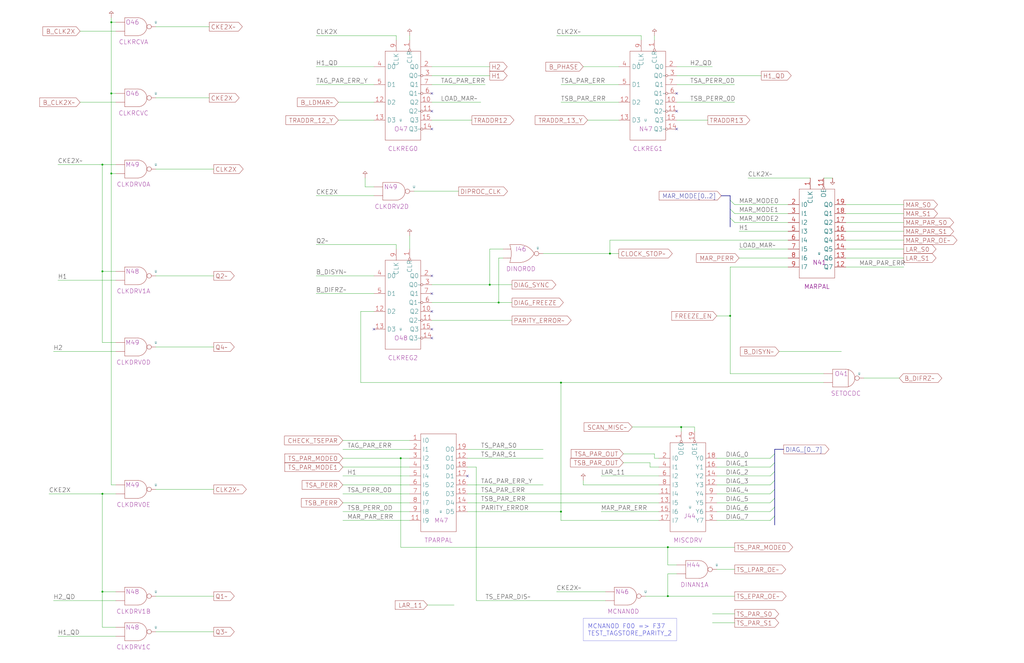
<source format=kicad_sch>
(kicad_sch (version 20220404) (generator eeschema)
  (paper "User" 584.2 378.46)
  (title_block (title "DIAGNOSTIC AND CONTROL\\nCLOCK GENERATION") (date "08-MAR-90") (rev "0.0") (comment 1 "MEM32 BOARD") (comment 2 "232-003066") (comment 3 "S400") (comment 4 "RELEASED"))
  (lib_symbols
    (symbol "r1000:F00" (pin_numbers hide) (pin_names hide)
      (property "Reference" "U" (at 15.24 0 0))
      (property "Value" "F00" (at 1.905 -5.08 0))
      (property "Location" "___" (at 1.905 0 0))
      (property "Name" "______" (at 2.54 -12.7 0))
      (symbol "F00_0_1"
        (polyline (pts (xy -2.54 -7.62) (xy 5.08 -7.62)) (stroke (width 0.1524)))
        (polyline (pts (xy -2.54 2.54) (xy -2.54 -7.62)) (stroke (width 0.1524)))
        (polyline (pts (xy -2.54 2.54) (xy 5.08 2.54)) (stroke (width 0.1524)))
        (arc (start 5.08 -7.62) (mid 10.1282 -2.54) (end 5.08 2.54) (stroke (width 0.1524)))
        (circle (center 11.43 -2.54) (radius 1.27) (stroke (width 0.1524)))
      )
      (symbol "F00_0_2"
        (circle (center -3.81 -5.08) (radius 1.27) (stroke (width 0.1524)))
        (circle (center -3.81 0) (radius 1.27) (stroke (width 0.1524)))
        (arc (start -3.175 -7.62) (mid -2.134 -2.54) (end -3.175 2.54) (stroke (width 0.1524)))
        (polyline (pts (xy -3.175 -7.62) (xy 3.81 -7.62)) (stroke (width 0.1524)))
        (polyline (pts (xy -3.175 2.54) (xy 3.81 2.54)) (stroke (width 0.1524)))
        (arc (start 3.81 -7.62) (mid 7.5855 -5.8306) (end 10.16 -2.54) (stroke (width 0.1524)))
        (arc (start 10.16 -2.54) (mid 7.5827 0.7471) (end 3.81 2.54) (stroke (width 0.1524)))
      )
      (symbol "F00_1_1"
        (pin input line (at -7.62 0 0) (length 5.08) (name "D0") (number "1"))
        (pin input line (at -7.62 -5.08 0) (length 5.08) (name "D1") (number "2"))
        (pin output line (at 15.24 -2.54 180) (length 2.54) (name "Q") (number "3"))
      )
      (symbol "F00_1_2"
        (pin input line (at -7.62 0 0) (length 2.54) (name "D0") (number "1"))
        (pin input line (at -7.62 -5.08 0) (length 2.54) (name "D1") (number "2"))
        (pin output line (at 15.24 -2.54 180) (length 5.08) (name "Q") (number "3"))
      )
    )
    (symbol "r1000:F02" (pin_numbers hide) (pin_names hide)
      (property "Reference" "U" (at 12.16 0.635 0))
      (property "Value" "F02" (at -1.27 -4.445 0))
      (property "Location" "___" (at 2.54 0 0))
      (property "Name" "______" (at 2.54 -12.7 0))
      (symbol "F02_0_1"
        (arc (start -3.81 -7.62) (mid -2.9847 -2.54) (end -3.81 2.54) (stroke (width 0.1524)))
        (polyline (pts (xy -5.08 -5.08) (xy -3.175 -5.08)) (stroke (width 0.1524)))
        (polyline (pts (xy -5.08 0) (xy -3.175 0)) (stroke (width 0.1524)))
        (polyline (pts (xy -3.81 -7.62) (xy 2.54 -7.62)) (stroke (width 0.1524)))
        (polyline (pts (xy -3.81 2.54) (xy 2.54 2.54)) (stroke (width 0.1524)))
        (polyline (pts (xy 13.97 -2.54) (xy 12.7 -2.54)) (stroke (width 0.1524)))
        (arc (start 2.54 -7.62) (mid 6.9515 -5.9823) (end 10.16 -2.54) (stroke (width 0.1524)))
        (arc (start 10.16 -2.54) (mid 6.9478 0.8966) (end 2.54 2.54) (stroke (width 0.1524)))
        (circle (center 11.43 -2.54) (radius 1.27) (stroke (width 0.1524)))
      )
      (symbol "F02_0_2"
        (circle (center -3.81 -5.08) (radius 1.27) (stroke (width 0.1524)))
        (circle (center -3.81 0) (radius 1.27) (stroke (width 0.1524)))
        (polyline (pts (xy -2.54 -7.62) (xy 5.08 -7.62)) (stroke (width 0.1524)))
        (polyline (pts (xy -2.54 2.54) (xy -2.54 -7.62)) (stroke (width 0.1524)))
        (polyline (pts (xy -2.54 2.54) (xy 5.08 2.54)) (stroke (width 0.1524)))
        (polyline (pts (xy 11.43 -2.54) (xy 10.16 -2.54)) (stroke (width 0.1524)))
        (polyline (pts (xy 11.43 -2.54) (xy 12.7 -2.54)) (stroke (width 0.1524)))
        (arc (start 5.08 -7.62) (mid 10.1282 -2.54) (end 5.08 2.54) (stroke (width 0.1524)))
      )
      (symbol "F02_1_1"
        (pin input line (at -7.62 0 0) (length 2.54) (name "D0") (number "1"))
        (pin input line (at -7.62 -5.08 0) (length 2.54) (name "D1") (number "2"))
        (pin output line (at 15.24 -2.54 180) (length 1.27) (name "Q") (number "3"))
      )
      (symbol "F02_1_2"
        (pin input line (at -7.62 0 0) (length 2.54) (name "D0") (number "1"))
        (pin input line (at -7.62 -5.08 0) (length 2.54) (name "D1") (number "2"))
        (pin output line (at 15.24 -2.54 180) (length 2.54) (name "Q") (number "3"))
      )
    )
    (symbol "r1000:F175" (pin_names (offset 1.016))
      (property "Reference" "U" (at 2.54 5.08 0))
      (property "Value" "F175" (at -1.27 -5.08 0))
      (property "Location" "___" (at -1.27 0 0))
      (property "Name" "______" (at 3.81 -12.7 0))
      (symbol "F175_1_1"
        (rectangle (start -6.35 44.45) (end 13.97 -6.35))
        (circle (center 7.62 45.085) (radius 0.635))
        (circle (center 14.605 0) (radius 0.635))
        (circle (center 14.605 10.16) (radius 0.635))
        (circle (center 14.605 20.32) (radius 0.635))
        (circle (center 14.605 30.48) (radius 0.635))
        (pin input line (at 7.62 50.8 270) (length 5.08) (name "CLR") (number "1"))
        (pin output line (at 20.32 15.24 180) (length 6.35) (name "Q2") (number "10"))
        (pin output line (at 20.32 10.16 180) (length 5.08) (name "Q2~") (number "11"))
        (pin input line (at -12.7 15.24 0) (length 6.35) (name "D2") (number "12"))
        (pin input line (at -12.7 5.08 0) (length 6.35) (name "D3") (number "13"))
        (pin output line (at 20.32 0 180) (length 5.08) (name "Q3~") (number "14"))
        (pin output line (at 20.32 5.08 180) (length 6.35) (name "Q3") (number "15"))
        (pin output line (at 20.32 35.56 180) (length 6.35) (name "Q0") (number "2"))
        (pin output line (at 20.32 30.48 180) (length 5.08) (name "Q0~") (number "3"))
        (pin input line (at -12.7 35.56 0) (length 6.35) (name "D0") (number "4"))
        (pin input line (at -12.7 25.4 0) (length 6.35) (name "D1") (number "5"))
        (pin output line (at 20.32 20.32 180) (length 5.08) (name "Q1~") (number "6"))
        (pin output line (at 20.32 25.4 180) (length 6.35) (name "Q1") (number "7"))
        (pin input line (at 0 50.8 270) (length 6.35) (name "CLK") (number "9"))
      )
    )
    (symbol "r1000:F244" (pin_names (offset 1.016))
      (property "Reference" "U" (at 2.54 5.08 0))
      (property "Value" "F244" (at -3.81 -7.62 0))
      (property "Location" "___" (at -1.27 0 0))
      (property "Name" "______" (at 1.27 -15.24 0))
      (symbol "F244_1_1"
        (rectangle (start -8.89 41.91) (end 11.43 -8.89))
        (circle (center -2.54 42.545) (radius 0.635))
        (circle (center 5.08 42.545) (radius 0.635))
        (pin input line (at -2.54 48.26 270) (length 5.08) (name "OE0") (number "1"))
        (pin input line (at -15.24 12.7 0) (length 6.35) (name "I4") (number "11"))
        (pin tri_state line (at 17.78 17.78 180) (length 6.35) (name "Y3") (number "12"))
        (pin input line (at -15.24 7.62 0) (length 6.35) (name "I5") (number "13"))
        (pin tri_state line (at 17.78 22.86 180) (length 6.35) (name "Y2") (number "14"))
        (pin input line (at -15.24 2.54 0) (length 6.35) (name "I6") (number "15"))
        (pin tri_state line (at 17.78 27.94 180) (length 6.35) (name "Y1") (number "16"))
        (pin input line (at -15.24 -2.54 0) (length 6.35) (name "I7") (number "17"))
        (pin tri_state line (at 17.78 33.02 180) (length 6.35) (name "Y0") (number "18"))
        (pin input line (at 5.08 48.26 270) (length 5.08) (name "OE1") (number "19"))
        (pin input line (at -15.24 33.02 0) (length 6.35) (name "I0") (number "2"))
        (pin tri_state line (at 17.78 -2.54 180) (length 6.35) (name "Y7") (number "3"))
        (pin input line (at -15.24 27.94 0) (length 6.35) (name "I1") (number "4"))
        (pin tri_state line (at 17.78 2.54 180) (length 6.35) (name "Y6") (number "5"))
        (pin input line (at -15.24 22.86 0) (length 6.35) (name "I2") (number "6"))
        (pin tri_state line (at 17.78 7.62 180) (length 6.35) (name "Y5") (number "7"))
        (pin input line (at -15.24 17.78 0) (length 6.35) (name "I3") (number "8"))
        (pin tri_state line (at 17.78 12.7 180) (length 6.35) (name "Y4") (number "9"))
      )
    )
    (symbol "r1000:F37" (pin_numbers hide) (pin_names (offset 0) hide)
      (property "Reference" "U" (at 15.24 0 0))
      (property "Value" "F37" (at 1.905 -5.08 0))
      (property "Location" "___" (at 1.905 0 0))
      (property "Name" "______" (at 2.54 -12.7 0))
      (symbol "F37_0_1"
        (polyline (pts (xy -2.54 -7.62) (xy 5.08 -7.62)) (stroke (width 0.1524)))
        (polyline (pts (xy -2.54 2.54) (xy -2.54 -7.62)) (stroke (width 0.1524)))
        (polyline (pts (xy -2.54 2.54) (xy 5.08 2.54)) (stroke (width 0.1524)))
        (arc (start 5.08 -7.62) (mid 10.1282 -2.54) (end 5.08 2.54) (stroke (width 0.1524)))
        (circle (center 11.43 -2.54) (radius 1.27) (stroke (width 0.1524)))
      )
      (symbol "F37_0_2"
        (circle (center -3.81 -5.08) (radius 1.27) (stroke (width 0.1524)))
        (circle (center -3.81 0) (radius 1.27) (stroke (width 0.1524)))
        (arc (start -3.175 -7.62) (mid -2.134 -2.54) (end -3.175 2.54) (stroke (width 0.1524)))
        (polyline (pts (xy -3.175 -7.62) (xy 3.81 -7.62)) (stroke (width 0.1524)))
        (polyline (pts (xy -3.175 2.54) (xy 3.81 2.54)) (stroke (width 0.1524)))
        (arc (start 3.81 -7.62) (mid 7.5855 -5.8306) (end 10.16 -2.54) (stroke (width 0.1524)))
        (arc (start 10.16 -2.54) (mid 7.5827 0.7471) (end 3.81 2.54) (stroke (width 0.1524)))
      )
      (symbol "F37_1_1"
        (pin input line (at -7.62 0 0) (length 5.08) (name "D0") (number "1"))
        (pin input line (at -7.62 -5.08 0) (length 5.08) (name "D1") (number "2"))
        (pin output line (at 15.24 -2.54 180) (length 2.54) (name "Q") (number "3"))
      )
      (symbol "F37_1_2"
        (pin input line (at -7.62 0 0) (length 2.54) (name "D0") (number "1"))
        (pin input line (at -7.62 -5.08 0) (length 2.54) (name "D1") (number "2"))
        (pin output line (at 15.24 -2.54 180) (length 5.08) (name "Q") (number "3"))
      )
    )
    (symbol "r1000:F38" (pin_numbers hide) (pin_names hide)
      (property "Reference" "U" (at 12.7 2.54 0))
      (property "Value" "F38" (at 2.54 -2.54 0))
      (property "Location" "___" (at 2.54 2.54 0))
      (property "Name" "______" (at 5.08 -10.16 0))
      (symbol "F38_0_1"
        (polyline (pts (xy -2.54 -5.08) (xy 5.08 -5.08)) (stroke (width 0.1524)))
        (polyline (pts (xy -2.54 5.08) (xy -2.54 -5.08)) (stroke (width 0.1524)))
        (polyline (pts (xy -2.54 5.08) (xy 5.08 5.08)) (stroke (width 0.1524)))
        (polyline (pts (xy 6.45 4.9) (xy 6.45 -4.9)) (stroke (width 0.1524)))
        (arc (start 5.08 -5.08) (mid 8.6786 -3.5986) (end 10.16 0) (stroke (width 0.1524)))
        (arc (start 10.16 0) (mid 8.6721 3.5921) (end 5.08 5.08) (stroke (width 0.1524)))
        (circle (center 11.43 0) (radius 1.27) (stroke (width 0.1524)))
      )
      (symbol "F38_0_2"
        (arc (start -3.81 -5.08) (mid -1.8386 0) (end -3.81 5.08) (stroke (width 0.1524)))
        (circle (center -3.81 -2.54) (radius 1.27) (stroke (width 0.1524)))
        (circle (center -3.81 2.54) (radius 1.27) (stroke (width 0.1524)))
        (polyline (pts (xy -3.81 -5.08) (xy 2.54 -5.08)) (stroke (width 0.1524)))
        (polyline (pts (xy -3.81 5.08) (xy 2.54 5.08)) (stroke (width 0.1524)))
        (polyline (pts (xy 7.62 3.175) (xy 7.62 -3.175)) (stroke (width 0.1524)))
        (arc (start 2.54 -5.08) (mid 7.0537 -3.5955) (end 10.16 0) (stroke (width 0.1524)))
        (arc (start 10.16 0) (mid 7.0527 3.594) (end 2.54 5.08) (stroke (width 0.1524)))
      )
      (symbol "F38_1_1"
        (pin input line (at -7.62 2.54 0) (length 5.08) (name "D0") (number "1"))
        (pin input line (at -7.62 -2.54 0) (length 5.08) (name "D1") (number "2"))
        (pin open_collector line (at 15.24 0 180) (length 2.54) (name "Q") (number "3"))
      )
      (symbol "F38_1_2"
        (pin input line (at -7.62 2.54 0) (length 2.54) (name "D0") (number "1"))
        (pin input line (at -7.62 -2.54 0) (length 2.54) (name "D1") (number "2"))
        (pin open_collector line (at 15.24 0 180) (length 5.08) (name "Q") (number "3"))
      )
    )
    (symbol "r1000:MARPAL" (pin_names (offset 1.016))
      (property "Reference" "U" (at 2.54 5.08 0))
      (property "Value" "MARPAL" (at -6.35 -7.62 0))
      (property "Location" "___" (at -1.27 0 0))
      (property "Name" "______" (at 1.27 -15.24 0))
      (symbol "MARPAL_1_1"
        (rectangle (start -8.89 41.91) (end 11.43 -8.89))
        (circle (center 5.08 42.545) (radius 0.635))
        (pin input line (at -2.54 48.26 270) (length 6.35) (name "CLK") (number "1"))
        (pin input line (at 5.08 48.26 270) (length 5.08) (name "OE") (number "11"))
        (pin output line (at 17.78 -2.54 180) (length 6.35) (name "Q7") (number "12"))
        (pin output line (at 17.78 2.54 180) (length 6.35) (name "Q6") (number "13"))
        (pin output line (at 17.78 7.62 180) (length 6.35) (name "Q5") (number "14"))
        (pin output line (at 17.78 12.7 180) (length 6.35) (name "Q4") (number "15"))
        (pin output line (at 17.78 17.78 180) (length 6.35) (name "Q3") (number "16"))
        (pin output line (at 17.78 22.86 180) (length 6.35) (name "Q2") (number "17"))
        (pin output line (at 17.78 27.94 180) (length 6.35) (name "Q1") (number "18"))
        (pin output line (at 17.78 33.02 180) (length 6.35) (name "Q0") (number "19"))
        (pin input line (at -15.24 33.02 0) (length 6.35) (name "I0") (number "2"))
        (pin input line (at -15.24 27.94 0) (length 6.35) (name "I1") (number "3"))
        (pin input line (at -15.24 22.86 0) (length 6.35) (name "I2") (number "4"))
        (pin input line (at -15.24 17.78 0) (length 6.35) (name "I3") (number "5"))
        (pin input line (at -15.24 12.7 0) (length 6.35) (name "I4") (number "6"))
        (pin input line (at -15.24 7.62 0) (length 6.35) (name "I5") (number "7"))
        (pin input line (at -15.24 2.54 0) (length 6.35) (name "I6") (number "8"))
        (pin input line (at -15.24 -2.54 0) (length 6.35) (name "I7") (number "9"))
      )
    )
    (symbol "r1000:PD" (power) (pin_numbers hide) (pin_names hide) (in_bom no)
      (symbol "PD_0_1"
        (polyline (pts (xy 0 -2.54) (xy 1.27 -2.54) (xy 0 -3.81) (xy -1.27 -2.54) (xy 0 -2.54)) (stroke (width 0.1524)))
      )
      (symbol "PD_1_1"
        (pin power_in line (at 0 0 270) (length 2.54) (name "PD") (number "1"))
      )
    )
    (symbol "r1000:PU" (power) (pin_numbers hide) (pin_names hide)
      (symbol "PU_0_1"
        (polyline (pts (xy 0 2.54) (xy -1.27 2.54) (xy 0 3.81) (xy 1.27 2.54) (xy 0 2.54)) (stroke (width 0.1524)))
      )
      (symbol "PU_1_1"
        (pin power_in line (at 0 0 90) (length 2.54) (name "PU") (number "1"))
      )
    )
    (symbol "r1000:TPARPAL" (pin_names (offset 1.016))
      (property "Reference" "U" (at 2.54 5.08 0))
      (property "Value" "TPARPAL" (at -6.35 -5.08 0))
      (property "Location" "___" (at -1.27 0 0))
      (property "Name" "______" (at 1.27 -12.7 0))
      (symbol "TPARPAL_1_1"
        (rectangle (start -8.89 49.53) (end 11.43 -6.35))
        (pin input line (at -15.24 45.72 0) (length 6.35) (name "I0") (number "1"))
        (pin input line (at -15.24 0 0) (length 6.35) (name "I9") (number "11"))
        (pin output line (at 17.78 35.56 180) (length 6.35) (name "O1") (number "12"))
        (pin output line (at 17.78 5.08 180) (length 6.35) (name "D5") (number "13"))
        (pin output line (at 17.78 10.16 180) (length 6.35) (name "D4") (number "14"))
        (pin output line (at 17.78 15.24 180) (length 6.35) (name "D3") (number "15"))
        (pin output line (at 17.78 20.32 180) (length 6.35) (name "D2") (number "16"))
        (pin output line (at 17.78 25.4 180) (length 6.35) (name "D1") (number "17"))
        (pin output line (at 17.78 30.48 180) (length 6.35) (name "D0") (number "18"))
        (pin output line (at 17.78 40.64 180) (length 6.35) (name "O0") (number "19"))
        (pin input line (at -15.24 40.64 0) (length 6.35) (name "I1") (number "2"))
        (pin input line (at -15.24 35.56 0) (length 6.35) (name "I2") (number "3"))
        (pin input line (at -15.24 30.48 0) (length 6.35) (name "I3") (number "4"))
        (pin input line (at -15.24 25.4 0) (length 6.35) (name "I4") (number "5"))
        (pin input line (at -15.24 20.32 0) (length 6.35) (name "I5") (number "6"))
        (pin input line (at -15.24 15.24 0) (length 6.35) (name "I6") (number "7"))
        (pin input line (at -15.24 10.16 0) (length 6.35) (name "I7") (number "8"))
        (pin input line (at -15.24 5.08 0) (length 6.35) (name "I8") (number "9"))
      )
    )
  )
  (junction (at 58.42 281.94))
  (junction (at 58.42 154.94))
  (junction (at 416.56 180.34))
  (junction (at 63.5 99.06))
  (junction (at 63.5 12.7))
  (junction (at 381 312.42))
  (junction (at 58.42 93.98))
  (junction (at 63.5 53.34))
  (junction (at 58.42 337.82))
  (junction (at 320.04 292.1))
  (junction (at 279.4 162.56))
  (junction (at 320.04 218.44))
  (junction (at 228.6 261.62))
  (junction (at 284.48 172.72))
  (junction (at 381 340.36))
  (junction (at 388.62 243.84))
  (junction (at 347.98 144.78))
  (no_connect (at 246.38 73.66))
  (no_connect (at 266.7 271.78))
  (no_connect (at 246.38 177.8))
  (no_connect (at 213.36 187.96))
  (no_connect (at 246.38 187.96))
  (no_connect (at 246.38 157.48))
  (no_connect (at 246.38 53.34))
  (no_connect (at 246.38 63.5))
  (no_connect (at 386.08 63.5))
  (no_connect (at 246.38 167.64))
  (no_connect (at 386.08 53.34))
  (no_connect (at 246.38 193.04))
  (no_connect (at 386.08 73.66))
  (bus_entry (at 441.96 264.16) (size -2.54 2.54))
  (bus_entry (at 416.56 119.38) (size 2.54 2.54))
  (bus_entry (at 416.56 114.3) (size 2.54 2.54))
  (bus_entry (at 441.96 289.56) (size -2.54 2.54))
  (bus_entry (at 441.96 294.64) (size -2.54 2.54))
  (bus_entry (at 441.96 259.08) (size -2.54 2.54))
  (bus_entry (at 441.96 269.24) (size -2.54 2.54))
  (bus_entry (at 441.96 279.4) (size -2.54 2.54))
  (bus_entry (at 416.56 124.46) (size 2.54 2.54))
  (bus_entry (at 441.96 274.32) (size -2.54 2.54))
  (bus_entry (at 441.96 284.48) (size -2.54 2.54))
  (wire (pts (xy 375.92 297.18) (xy 320.04 297.18)))
  (wire (pts (xy 88.9 279.4) (xy 121.92 279.4)))
  (wire (pts (xy 180.34 20.32) (xy 226.06 20.32)))
  (wire (pts (xy 444.5 200.66) (xy 480.06 200.66)))
  (wire (pts (xy 388.62 246.38) (xy 388.62 243.84)))
  (wire (pts (xy 236.22 109.22) (xy 261.62 109.22)))
  (wire (pts (xy 205.74 218.44) (xy 320.04 218.44)))
  (wire (pts (xy 180.34 157.48) (xy 213.36 157.48)))
  (wire (pts (xy 246.38 43.18) (xy 279.4 43.18)))
  (polyline (pts (xy 386.08 365.76) (xy 332.74 365.76)) (stroke (width 0.0243)))
  (wire (pts (xy 266.7 287.02) (xy 375.92 287.02)))
  (wire (pts (xy 396.24 246.38) (xy 396.24 243.84)))
  (wire (pts (xy 373.38 261.62) (xy 373.38 259.08)))
  (wire (pts (xy 271.78 342.9) (xy 271.78 266.7)))
  (wire (pts (xy 195.58 297.18) (xy 233.68 297.18)))
  (wire (pts (xy 386.08 43.18) (xy 434.34 43.18)))
  (wire (pts (xy 58.42 154.94) (xy 58.42 195.58)))
  (wire (pts (xy 180.34 139.7) (xy 226.06 139.7)))
  (wire (pts (xy 180.34 38.1) (xy 213.36 38.1)))
  (wire (pts (xy 386.08 322.58) (xy 381 322.58)))
  (wire (pts (xy 482.6 127) (xy 515.62 127)))
  (wire (pts (xy 88.9 198.12) (xy 121.92 198.12)))
  (wire (pts (xy 421.64 147.32) (xy 449.58 147.32)))
  (wire (pts (xy 408.94 261.62) (xy 439.42 261.62)))
  (wire (pts (xy 381 340.36) (xy 419.1 340.36)))
  (wire (pts (xy 421.64 132.08) (xy 449.58 132.08)))
  (wire (pts (xy 266.7 292.1) (xy 320.04 292.1)))
  (wire (pts (xy 58.42 93.98) (xy 58.42 154.94)))
  (wire (pts (xy 271.78 266.7) (xy 266.7 266.7)))
  (bus (pts (xy 441.96 256.54) (xy 441.96 259.08)))
  (bus (pts (xy 441.96 256.54) (xy 447.04 256.54)))
  (wire (pts (xy 66.04 12.7) (xy 63.5 12.7)))
  (wire (pts (xy 419.1 127) (xy 449.58 127)))
  (wire (pts (xy 88.9 157.48) (xy 121.92 157.48)))
  (wire (pts (xy 416.56 213.36) (xy 416.56 180.34)))
  (bus (pts (xy 441.96 284.48) (xy 441.96 289.56)))
  (wire (pts (xy 246.38 182.88) (xy 292.1 182.88)))
  (wire (pts (xy 449.58 152.4) (xy 416.56 152.4)))
  (wire (pts (xy 205.74 177.8) (xy 205.74 218.44)))
  (wire (pts (xy 226.06 142.24) (xy 226.06 139.7)))
  (wire (pts (xy 375.92 261.62) (xy 373.38 261.62)))
  (wire (pts (xy 208.28 106.68) (xy 208.28 101.6)))
  (wire (pts (xy 332.74 276.86) (xy 332.74 274.32)))
  (wire (pts (xy 386.08 327.66) (xy 381 327.66)))
  (polyline (pts (xy 332.74 353.06) (xy 386.08 353.06)) (stroke (width 0.0243)))
  (wire (pts (xy 226.06 22.86) (xy 226.06 20.32)))
  (bus (pts (xy 441.96 269.24) (xy 441.96 274.32)))
  (wire (pts (xy 386.08 68.58) (xy 403.86 68.58)))
  (wire (pts (xy 279.4 142.24) (xy 279.4 162.56)))
  (bus (pts (xy 416.56 124.46) (xy 416.56 129.54)))
  (wire (pts (xy 408.94 325.12) (xy 419.1 325.12)))
  (wire (pts (xy 213.36 177.8) (xy 205.74 177.8)))
  (wire (pts (xy 58.42 93.98) (xy 66.04 93.98)))
  (wire (pts (xy 193.04 68.58) (xy 213.36 68.58)))
  (wire (pts (xy 195.58 256.54) (xy 233.68 256.54)))
  (wire (pts (xy 233.68 20.32) (xy 233.68 22.86)))
  (wire (pts (xy 317.5 337.82) (xy 345.44 337.82)))
  (bus (pts (xy 416.56 114.3) (xy 416.56 119.38)))
  (wire (pts (xy 88.9 15.24) (xy 119.38 15.24)))
  (bus (pts (xy 441.96 294.64) (xy 441.96 299.72)))
  (wire (pts (xy 416.56 180.34) (xy 408.94 180.34)))
  (wire (pts (xy 317.5 20.32) (xy 365.76 20.32)))
  (wire (pts (xy 469.9 101.6) (xy 474.98 101.6)))
  (wire (pts (xy 27.94 281.94) (xy 58.42 281.94)))
  (wire (pts (xy 228.6 261.62) (xy 233.68 261.62)))
  (wire (pts (xy 195.58 271.78) (xy 233.68 271.78)))
  (wire (pts (xy 66.04 358.14) (xy 58.42 358.14)))
  (wire (pts (xy 246.38 172.72) (xy 284.48 172.72)))
  (wire (pts (xy 482.6 147.32) (xy 515.62 147.32)))
  (wire (pts (xy 469.9 213.36) (xy 416.56 213.36)))
  (wire (pts (xy 492.76 215.9) (xy 513.08 215.9)))
  (wire (pts (xy 33.02 363.22) (xy 66.04 363.22)))
  (wire (pts (xy 88.9 340.36) (xy 121.92 340.36)))
  (wire (pts (xy 332.74 38.1) (xy 353.06 38.1)))
  (wire (pts (xy 381 340.36) (xy 368.3 340.36)))
  (wire (pts (xy 58.42 281.94) (xy 66.04 281.94)))
  (wire (pts (xy 482.6 116.84) (xy 515.62 116.84)))
  (wire (pts (xy 33.02 93.98) (xy 58.42 93.98)))
  (wire (pts (xy 66.04 337.82) (xy 58.42 337.82)))
  (wire (pts (xy 408.94 287.02) (xy 439.42 287.02)))
  (wire (pts (xy 386.08 38.1) (xy 406.4 38.1)))
  (wire (pts (xy 408.94 297.18) (xy 439.42 297.18)))
  (wire (pts (xy 335.28 68.58) (xy 353.06 68.58)))
  (wire (pts (xy 342.9 271.78) (xy 375.92 271.78)))
  (polyline (pts (xy 386.08 353.06) (xy 386.08 365.76)) (stroke (width 0.0243)))
  (bus (pts (xy 441.96 264.16) (xy 441.96 269.24)))
  (wire (pts (xy 213.36 106.68) (xy 208.28 106.68)))
  (bus (pts (xy 416.56 111.76) (xy 416.56 114.3)))
  (wire (pts (xy 370.84 266.7) (xy 370.84 264.16)))
  (wire (pts (xy 342.9 292.1) (xy 375.92 292.1)))
  (wire (pts (xy 287.02 147.32) (xy 284.48 147.32)))
  (wire (pts (xy 345.44 342.9) (xy 271.78 342.9)))
  (wire (pts (xy 266.7 256.54) (xy 309.88 256.54)))
  (wire (pts (xy 320.04 58.42) (xy 353.06 58.42)))
  (wire (pts (xy 320.04 218.44) (xy 469.9 218.44)))
  (wire (pts (xy 419.1 121.92) (xy 449.58 121.92)))
  (wire (pts (xy 360.68 243.84) (xy 388.62 243.84)))
  (wire (pts (xy 284.48 172.72) (xy 292.1 172.72)))
  (wire (pts (xy 375.92 276.86) (xy 332.74 276.86)))
  (wire (pts (xy 33.02 160.02) (xy 66.04 160.02)))
  (wire (pts (xy 408.94 276.86) (xy 439.42 276.86)))
  (wire (pts (xy 88.9 360.68) (xy 121.92 360.68)))
  (wire (pts (xy 386.08 48.26) (xy 419.1 48.26)))
  (wire (pts (xy 320.04 48.26) (xy 353.06 48.26)))
  (wire (pts (xy 66.04 154.94) (xy 58.42 154.94)))
  (wire (pts (xy 386.08 58.42) (xy 419.1 58.42)))
  (wire (pts (xy 408.94 266.7) (xy 439.42 266.7)))
  (wire (pts (xy 406.4 355.6) (xy 419.1 355.6)))
  (wire (pts (xy 381 322.58) (xy 381 312.42)))
  (wire (pts (xy 449.58 137.16) (xy 347.98 137.16)))
  (wire (pts (xy 365.76 22.86) (xy 365.76 20.32)))
  (wire (pts (xy 388.62 243.84) (xy 396.24 243.84)))
  (wire (pts (xy 426.72 101.6) (xy 462.28 101.6)))
  (wire (pts (xy 284.48 147.32) (xy 284.48 172.72)))
  (wire (pts (xy 30.48 342.9) (xy 66.04 342.9)))
  (wire (pts (xy 58.42 281.94) (xy 58.42 337.82)))
  (wire (pts (xy 180.34 48.26) (xy 213.36 48.26)))
  (wire (pts (xy 195.58 292.1) (xy 233.68 292.1)))
  (wire (pts (xy 246.38 38.1) (xy 279.4 38.1)))
  (wire (pts (xy 482.6 137.16) (xy 515.62 137.16)))
  (wire (pts (xy 482.6 132.08) (xy 515.62 132.08)))
  (wire (pts (xy 419.1 116.84) (xy 449.58 116.84)))
  (wire (pts (xy 180.34 111.76) (xy 213.36 111.76)))
  (polyline (pts (xy 332.74 353.06) (xy 332.74 365.76)) (stroke (width 0.0243)))
  (wire (pts (xy 246.38 58.42) (xy 274.32 58.42)))
  (wire (pts (xy 88.9 96.52) (xy 121.92 96.52)))
  (wire (pts (xy 66.04 53.34) (xy 63.5 53.34)))
  (wire (pts (xy 246.38 68.58) (xy 269.24 68.58)))
  (wire (pts (xy 66.04 276.86) (xy 63.5 276.86)))
  (wire (pts (xy 246.38 48.26) (xy 276.86 48.26)))
  (wire (pts (xy 180.34 167.64) (xy 213.36 167.64)))
  (wire (pts (xy 287.02 142.24) (xy 279.4 142.24)))
  (wire (pts (xy 66.04 99.06) (xy 63.5 99.06)))
  (wire (pts (xy 381 312.42) (xy 419.1 312.42)))
  (wire (pts (xy 320.04 297.18) (xy 320.04 292.1)))
  (wire (pts (xy 45.72 58.42) (xy 66.04 58.42)))
  (wire (pts (xy 58.42 358.14) (xy 58.42 337.82)))
  (bus (pts (xy 441.96 274.32) (xy 441.96 279.4)))
  (wire (pts (xy 246.38 162.56) (xy 279.4 162.56)))
  (wire (pts (xy 347.98 137.16) (xy 347.98 144.78)))
  (wire (pts (xy 228.6 312.42) (xy 228.6 261.62)))
  (wire (pts (xy 408.94 271.78) (xy 439.42 271.78)))
  (wire (pts (xy 406.4 350.52) (xy 419.1 350.52)))
  (wire (pts (xy 347.98 144.78) (xy 353.06 144.78)))
  (wire (pts (xy 266.7 261.62) (xy 309.88 261.62)))
  (wire (pts (xy 63.5 12.7) (xy 63.5 53.34)))
  (wire (pts (xy 243.84 345.44) (xy 259.08 345.44)))
  (bus (pts (xy 441.96 259.08) (xy 441.96 264.16)))
  (wire (pts (xy 63.5 99.06) (xy 63.5 276.86)))
  (wire (pts (xy 375.92 266.7) (xy 370.84 266.7)))
  (wire (pts (xy 195.58 287.02) (xy 233.68 287.02)))
  (wire (pts (xy 355.6 264.16) (xy 370.84 264.16)))
  (wire (pts (xy 193.04 58.42) (xy 213.36 58.42)))
  (wire (pts (xy 266.7 276.86) (xy 309.88 276.86)))
  (wire (pts (xy 421.64 142.24) (xy 449.58 142.24)))
  (wire (pts (xy 373.38 20.32) (xy 373.38 22.86)))
  (wire (pts (xy 45.72 17.78) (xy 66.04 17.78)))
  (wire (pts (xy 279.4 162.56) (xy 292.1 162.56)))
  (wire (pts (xy 63.5 12.7) (xy 63.5 10.16)))
  (wire (pts (xy 482.6 121.92) (xy 515.62 121.92)))
  (wire (pts (xy 408.94 292.1) (xy 439.42 292.1)))
  (wire (pts (xy 233.68 134.62) (xy 233.68 142.24)))
  (wire (pts (xy 381 327.66) (xy 381 340.36)))
  (wire (pts (xy 320.04 292.1) (xy 320.04 218.44)))
  (wire (pts (xy 381 312.42) (xy 228.6 312.42)))
  (bus (pts (xy 416.56 119.38) (xy 416.56 124.46)))
  (wire (pts (xy 482.6 142.24) (xy 515.62 142.24)))
  (wire (pts (xy 408.94 281.94) (xy 439.42 281.94)))
  (wire (pts (xy 309.88 144.78) (xy 347.98 144.78)))
  (bus (pts (xy 441.96 279.4) (xy 441.96 284.48)))
  (bus (pts (xy 441.96 289.56) (xy 441.96 294.64)))
  (wire (pts (xy 195.58 266.7) (xy 233.68 266.7)))
  (wire (pts (xy 482.6 152.4) (xy 515.62 152.4)))
  (wire (pts (xy 66.04 195.58) (xy 58.42 195.58)))
  (wire (pts (xy 195.58 251.46) (xy 233.68 251.46)))
  (wire (pts (xy 416.56 152.4) (xy 416.56 180.34)))
  (bus (pts (xy 411.48 111.76) (xy 416.56 111.76)))
  (wire (pts (xy 195.58 261.62) (xy 228.6 261.62)))
  (wire (pts (xy 266.7 281.94) (xy 375.92 281.94)))
  (wire (pts (xy 195.58 276.86) (xy 233.68 276.86)))
  (wire (pts (xy 195.58 281.94) (xy 233.68 281.94)))
  (wire (pts (xy 88.9 55.88) (xy 119.38 55.88)))
  (wire (pts (xy 30.48 200.66) (xy 66.04 200.66)))
  (wire (pts (xy 63.5 53.34) (xy 63.5 99.06)))
  (wire (pts (xy 355.6 259.08) (xy 373.38 259.08)))
  (text "MCNAN0D F00 => F37\nTEST_TAGSTORE_PARITY_2" (at 335.28 363.22 0) (effects (font (size 2.54 2.54)) (justify left bottom)))
  (label "Q2~" (at 180.34 139.7 0) (effects (font (size 2.54 2.54))))
  (label "DIAG_2" (at 414.02 271.78 0) (effects (font (size 2.54 2.54))))
  (label "TS_PAR_S1" (at 274.32 261.62 0) (effects (font (size 2.54 2.54))))
  (label "CKE2X" (at 27.94 281.94 0) (effects (font (size 2.54 2.54))))
  (label "TSB_PAR_ERR" (at 274.32 287.02 0) (effects (font (size 2.54 2.54))))
  (label "TSB_PAR_ERR" (at 320.04 58.42 0) (effects (font (size 2.54 2.54))))
  (label "MAR_PAR_ERR" (at 342.9 292.1 0) (effects (font (size 2.54 2.54))))
  (label "TSA_PAR_ERR" (at 274.32 281.94 0) (effects (font (size 2.54 2.54))))
  (label "LOAD_MAR~" (at 251.46 58.42 0) (effects (font (size 2.54 2.54))))
  (label "TAG_PAR_ERR" (at 198.12 256.54 0) (effects (font (size 2.54 2.54))))
  (label "MAR_MODE1" (at 421.64 121.92 0) (effects (font (size 2.54 2.54))))
  (label "MAR_PAR_ERR" (at 490.22 152.4 0) (effects (font (size 2.54 2.54))))
  (label "TSA_PERR_0D" (at 198.12 281.94 0) (effects (font (size 2.54 2.54))))
  (label "TS_EPAR_DIS~" (at 276.86 342.9 0) (effects (font (size 2.54 2.54))))
  (label "DIAG_4" (at 414.02 281.94 0) (effects (font (size 2.54 2.54))))
  (label "H1" (at 33.02 160.02 0) (effects (font (size 2.54 2.54))))
  (label "B_DIFRZ~" (at 180.34 167.64 0) (effects (font (size 2.54 2.54))))
  (label "MAR_MODE2" (at 421.64 127 0) (effects (font (size 2.54 2.54))))
  (label "LAR_11" (at 342.9 271.78 0) (effects (font (size 2.54 2.54))))
  (label "TS_PAR_S0" (at 274.32 256.54 0) (effects (font (size 2.54 2.54))))
  (label "CLK2X~" (at 317.5 20.32 0) (effects (font (size 2.54 2.54))))
  (label "TAG_PAR_ERR_Y" (at 180.34 48.26 0) (effects (font (size 2.54 2.54))))
  (label "DIAG_0" (at 414.02 261.62 0) (effects (font (size 2.54 2.54))))
  (label "TSA_PERR_0D" (at 393.7 48.26 0) (effects (font (size 2.54 2.54))))
  (label "PARITY_ERROR" (at 274.32 292.1 0) (effects (font (size 2.54 2.54))))
  (label "H1" (at 198.12 271.78 0) (effects (font (size 2.54 2.54))))
  (label "CLK2X" (at 180.34 20.32 0) (effects (font (size 2.54 2.54))))
  (label "H2_QD" (at 30.48 342.9 0) (effects (font (size 2.54 2.54))))
  (label "TSA_PAR_ERR" (at 320.04 48.26 0) (effects (font (size 2.54 2.54))))
  (label "DIAG_7" (at 414.02 297.18 0) (effects (font (size 2.54 2.54))))
  (label "TSB_PERR_0D" (at 393.7 58.42 0) (effects (font (size 2.54 2.54))))
  (label "TAG_PAR_ERR_Y" (at 274.32 276.86 0) (effects (font (size 2.54 2.54))))
  (label "H1_QD" (at 33.02 363.22 0) (effects (font (size 2.54 2.54))))
  (label "TSB_PERR_0D" (at 198.12 292.1 0) (effects (font (size 2.54 2.54))))
  (label "CKE2X~" (at 317.5 337.82 0) (effects (font (size 2.54 2.54))))
  (label "CLK2X~" (at 426.72 101.6 0) (effects (font (size 2.54 2.54))))
  (label "DIAG_5" (at 414.02 287.02 0) (effects (font (size 2.54 2.54))))
  (label "TAG_PAR_ERR" (at 251.46 48.26 0) (effects (font (size 2.54 2.54))))
  (label "DIAG_1" (at 414.02 266.7 0) (effects (font (size 2.54 2.54))))
  (label "LOAD_MAR~" (at 421.64 142.24 0) (effects (font (size 2.54 2.54))))
  (label "CKE2X" (at 180.34 111.76 0) (effects (font (size 2.54 2.54))))
  (label "MAR_PAR_ERR" (at 198.12 297.18 0) (effects (font (size 2.54 2.54))))
  (label "MAR_MODE0" (at 421.64 116.84 0) (effects (font (size 2.54 2.54))))
  (label "DIAG_6" (at 414.02 292.1 0) (effects (font (size 2.54 2.54))))
  (label "H2_QD" (at 393.7 38.1 0) (effects (font (size 2.54 2.54))))
  (label "H1_QD" (at 180.34 38.1 0) (effects (font (size 2.54 2.54))))
  (label "B_DISYN~" (at 180.34 157.48 0) (effects (font (size 2.54 2.54))))
  (label "H2" (at 30.48 200.66 0) (effects (font (size 2.54 2.54))))
  (label "DIAG_3" (at 414.02 276.86 0) (effects (font (size 2.54 2.54))))
  (label "H1" (at 421.64 132.08 0) (effects (font (size 2.54 2.54))))
  (label "CKE2X~" (at 33.02 93.98 0) (effects (font (size 2.54 2.54))))
  (global_label "TS_PAR_S1" (shape output) (at 419.1 355.6 0) (effects (font (size 2.54 2.54))) (property "Intersheet References" "${INTERSHEET_REFS}" (at 444.0555 355.4413 0) (effects (font (size 1.905 1.905)) (justify left))))
  (global_label "MAR_PAR_S0" (shape output) (at 515.62 127 0) (effects (font (size 2.54 2.54))) (property "Intersheet References" "${INTERSHEET_REFS}" (at 543.8412 126.8413 0) (effects (font (size 1.905 1.905)) (justify left))))
  (global_label "B_CLK2X" (shape input) (at 45.72 17.78 180) (effects (font (size 2.54 2.54))) (property "Intersheet References" "${INTERSHEET_REFS}" (at 24.635 17.6213 0) (effects (font (size 1.905 1.905)) (justify right))))
  (global_label "LAR_S1" (shape output) (at 515.62 147.32 0) (effects (font (size 2.54 2.54))) (property "Intersheet References" "${INTERSHEET_REFS}" (at 533.8022 147.1613 0) (effects (font (size 1.905 1.905)) (justify left))))
  (global_label "B_DIFRZ~" (shape bidirectional) (at 513.08 215.9 0) (effects (font (size 2.54 2.54))) (property "Intersheet References" "${INTERSHEET_REFS}" (at 535.0812 215.7413 0) (effects (font (size 1.905 1.905)) (justify left))))
  (global_label "TRADDR13" (shape output) (at 403.86 68.58 0) (effects (font (size 2.54 2.54))) (property "Intersheet References" "${INTERSHEET_REFS}" (at 427.606 68.4213 0) (effects (font (size 1.905 1.905)) (justify left))))
  (global_label "DIAG_FREEZE" (shape output) (at 292.1 172.72 0) (effects (font (size 2.54 2.54))) (property "Intersheet References" "${INTERSHEET_REFS}" (at 321.1679 172.5613 0) (effects (font (size 1.905 1.905)) (justify left))))
  (global_label "DIAG_[0..7]" (shape output) (at 447.04 256.54 0) (effects (font (size 2.54 2.54))) (property "Intersheet References" "${INTERSHEET_REFS}" (at 472.7212 256.3813 0) (effects (font (size 1.905 1.905)) (justify left))))
  (global_label "MAR_S1" (shape output) (at 515.62 121.92 0) (effects (font (size 2.54 2.54))) (property "Intersheet References" "${INTERSHEET_REFS}" (at 534.6488 121.7613 0) (effects (font (size 1.905 1.905)) (justify left))))
  (global_label "CLK2X~" (shape output) (at 121.92 279.4 0) (effects (font (size 2.54 2.54))) (property "Intersheet References" "${INTERSHEET_REFS}" (at 145.3031 279.2413 0) (effects (font (size 1.905 1.905)) (justify left))))
  (global_label "TSA_PAR_OUT" (shape input) (at 355.6 259.08 180) (effects (font (size 2.54 2.54))) (property "Intersheet References" "${INTERSHEET_REFS}" (at 326.0483 258.9213 0) (effects (font (size 1.905 1.905)) (justify right))))
  (global_label "CKE2X~" (shape output) (at 119.38 15.24 0) (effects (font (size 2.54 2.54))) (property "Intersheet References" "${INTERSHEET_REFS}" (at 143.005 15.0813 0) (effects (font (size 1.905 1.905)) (justify left))))
  (global_label "MAR_S0" (shape output) (at 515.62 116.84 0) (effects (font (size 2.54 2.54))) (property "Intersheet References" "${INTERSHEET_REFS}" (at 534.6488 116.6813 0) (effects (font (size 1.905 1.905)) (justify left))))
  (global_label "Q1~" (shape output) (at 121.92 340.36 0) (effects (font (size 2.54 2.54))) (property "Intersheet References" "${INTERSHEET_REFS}" (at 138.4088 340.2013 0) (effects (font (size 1.905 1.905)) (justify left))))
  (global_label "TS_EPAR_OE~" (shape output) (at 419.1 340.36 0) (effects (font (size 2.54 2.54))) (property "Intersheet References" "${INTERSHEET_REFS}" (at 448.2888 340.2013 0) (effects (font (size 1.905 1.905)) (justify left))))
  (global_label "Q3~" (shape output) (at 121.92 360.68 0) (effects (font (size 2.54 2.54))) (property "Intersheet References" "${INTERSHEET_REFS}" (at 138.4088 360.5213 0) (effects (font (size 1.905 1.905)) (justify left))))
  (global_label "LAR_S0" (shape output) (at 515.62 142.24 0) (effects (font (size 2.54 2.54))) (property "Intersheet References" "${INTERSHEET_REFS}" (at 533.8022 142.0813 0) (effects (font (size 1.905 1.905)) (justify left))))
  (global_label "Q4~" (shape output) (at 121.92 198.12 0) (effects (font (size 2.54 2.54))) (property "Intersheet References" "${INTERSHEET_REFS}" (at 138.4088 197.9613 0) (effects (font (size 1.905 1.905)) (justify left))))
  (global_label "Q2~" (shape output) (at 121.92 157.48 0) (effects (font (size 2.54 2.54))) (property "Intersheet References" "${INTERSHEET_REFS}" (at 138.4088 157.3213 0) (effects (font (size 1.905 1.905)) (justify left))))
  (global_label "FREEZE_EN" (shape input) (at 408.94 180.34 180) (effects (font (size 2.54 2.54))) (property "Intersheet References" "${INTERSHEET_REFS}" (at 383.3797 180.1813 0) (effects (font (size 1.905 1.905)) (justify right))))
  (global_label "TRADDR_12_Y" (shape input) (at 193.04 68.58 180) (effects (font (size 2.54 2.54))) (property "Intersheet References" "${INTERSHEET_REFS}" (at 163.2464 68.4213 0) (effects (font (size 1.905 1.905)) (justify right))))
  (global_label "B_DISYN~" (shape input) (at 444.5 200.66 180) (effects (font (size 2.54 2.54))) (property "Intersheet References" "${INTERSHEET_REFS}" (at 422.3778 200.5013 0) (effects (font (size 1.905 1.905)) (justify right))))
  (global_label "PARITY_ERROR~" (shape output) (at 292.1 182.88 0) (effects (font (size 2.54 2.54))) (property "Intersheet References" "${INTERSHEET_REFS}" (at 325.6431 182.7213 0) (effects (font (size 1.905 1.905)) (justify left))))
  (global_label "TRADDR_13_Y" (shape input) (at 335.28 68.58 180) (effects (font (size 2.54 2.54))) (property "Intersheet References" "${INTERSHEET_REFS}" (at 305.4864 68.4213 0) (effects (font (size 1.905 1.905)) (justify right))))
  (global_label "B_LDMAR~" (shape input) (at 193.04 58.42 180) (effects (font (size 2.54 2.54))) (property "Intersheet References" "${INTERSHEET_REFS}" (at 169.8988 58.2613 0) (effects (font (size 1.905 1.905)) (justify right))))
  (global_label "TSB_PAR_OUT" (shape input) (at 355.6 264.16 180) (effects (font (size 2.54 2.54))) (property "Intersheet References" "${INTERSHEET_REFS}" (at 325.6855 264.0013 0) (effects (font (size 1.905 1.905)) (justify right))))
  (global_label "CKE2X" (shape output) (at 119.38 55.88 0) (effects (font (size 2.54 2.54))) (property "Intersheet References" "${INTERSHEET_REFS}" (at 143.126 55.7213 0) (effects (font (size 1.905 1.905)) (justify left))))
  (global_label "CLK2X" (shape output) (at 121.92 96.52 0) (effects (font (size 2.54 2.54))) (property "Intersheet References" "${INTERSHEET_REFS}" (at 145.4241 96.3613 0) (effects (font (size 1.905 1.905)) (justify left))))
  (global_label "TS_PAR_MODE1" (shape input) (at 195.58 266.7 180) (effects (font (size 2.54 2.54))) (property "Intersheet References" "${INTERSHEET_REFS}" (at 162.6416 266.5413 0) (effects (font (size 1.905 1.905)) (justify right))))
  (global_label "H1_QD" (shape output) (at 434.34 43.18 0) (effects (font (size 2.54 2.54))) (property "Intersheet References" "${INTERSHEET_REFS}" (at 451.3822 43.0213 0) (effects (font (size 1.905 1.905)) (justify left))))
  (global_label "TSA_PERR" (shape input) (at 195.58 276.86 180) (effects (font (size 2.54 2.54))) (property "Intersheet References" "${INTERSHEET_REFS}" (at 172.5597 276.7013 0) (effects (font (size 1.905 1.905)) (justify right))))
  (global_label "MAR_PAR_S1" (shape output) (at 515.62 132.08 0) (effects (font (size 2.54 2.54))) (property "Intersheet References" "${INTERSHEET_REFS}" (at 543.8412 131.9213 0) (effects (font (size 1.905 1.905)) (justify left))))
  (global_label "MAR_PAR_OE~" (shape output) (at 515.62 137.16 0) (effects (font (size 2.54 2.54))) (property "Intersheet References" "${INTERSHEET_REFS}" (at 545.7765 137.0013 0) (effects (font (size 1.905 1.905)) (justify left))))
  (global_label "TSB_PERR" (shape input) (at 195.58 287.02 180) (effects (font (size 2.54 2.54))) (property "Intersheet References" "${INTERSHEET_REFS}" (at 172.1969 286.8613 0) (effects (font (size 1.905 1.905)) (justify right))))
  (global_label "SCAN_MISC~" (shape input) (at 360.68 243.84 180) (effects (font (size 2.54 2.54))) (property "Intersheet References" "${INTERSHEET_REFS}" (at 333.4264 243.6813 0) (effects (font (size 1.905 1.905)) (justify right))))
  (global_label "H1" (shape output) (at 279.4 43.18 0) (effects (font (size 2.54 2.54))) (property "Intersheet References" "${INTERSHEET_REFS}" (at 289.1155 43.0213 0) (effects (font (size 1.905 1.905)) (justify left))))
  (global_label "TRADDR12" (shape output) (at 269.24 68.58 0) (effects (font (size 2.54 2.54))) (property "Intersheet References" "${INTERSHEET_REFS}" (at 292.986 68.4213 0) (effects (font (size 1.905 1.905)) (justify left))))
  (global_label "B_CLK2X~" (shape input) (at 45.72 58.42 180) (effects (font (size 2.54 2.54))) (property "Intersheet References" "${INTERSHEET_REFS}" (at 22.8207 58.2613 0) (effects (font (size 1.905 1.905)) (justify right))))
  (global_label "TS_PAR_MODE0" (shape input) (at 195.58 261.62 180) (effects (font (size 2.54 2.54))) (property "Intersheet References" "${INTERSHEET_REFS}" (at 162.6416 261.4613 0) (effects (font (size 1.905 1.905)) (justify right))))
  (global_label "MAR_MODE[0..2]" (shape input) (at 411.48 111.76 180) (effects (font (size 2.54 2.54))) (property "Intersheet References" "${INTERSHEET_REFS}" (at 376.2435 111.6013 0) (effects (font (size 1.905 1.905)) (justify right))))
  (global_label "DIPROC_CLK" (shape output) (at 261.62 109.22 0) (effects (font (size 2.54 2.54))) (property "Intersheet References" "${INTERSHEET_REFS}" (at 289.3574 109.0613 0) (effects (font (size 1.905 1.905)) (justify left))))
  (global_label "TS_LPAR_OE~" (shape output) (at 419.1 325.12 0) (effects (font (size 2.54 2.54))) (property "Intersheet References" "${INTERSHEET_REFS}" (at 448.0469 324.9613 0) (effects (font (size 1.905 1.905)) (justify left))))
  (global_label "CHECK_TSEPAR" (shape input) (at 195.58 251.46 180) (effects (font (size 2.54 2.54))) (property "Intersheet References" "${INTERSHEET_REFS}" (at 162.5207 251.3013 0) (effects (font (size 1.905 1.905)) (justify right))))
  (global_label "CLOCK_STOP~" (shape output) (at 353.06 144.78 0) (effects (font (size 2.54 2.54))) (property "Intersheet References" "${INTERSHEET_REFS}" (at 383.3374 144.6213 0) (effects (font (size 1.905 1.905)) (justify left))))
  (global_label "H2" (shape output) (at 279.4 38.1 0) (effects (font (size 2.54 2.54))) (property "Intersheet References" "${INTERSHEET_REFS}" (at 289.1155 37.9413 0) (effects (font (size 1.905 1.905)) (justify left))))
  (global_label "LAR_11" (shape input) (at 243.84 345.44 180) (effects (font (size 2.54 2.54))) (property "Intersheet References" "${INTERSHEET_REFS}" (at 225.6578 345.2813 0) (effects (font (size 1.905 1.905)) (justify right))))
  (global_label "DIAG_SYNC" (shape output) (at 292.1 162.56 0) (effects (font (size 2.54 2.54))) (property "Intersheet References" "${INTERSHEET_REFS}" (at 316.9345 162.4013 0) (effects (font (size 1.905 1.905)) (justify left))))
  (global_label "TS_PAR_MODE0" (shape output) (at 419.1 312.42 0) (effects (font (size 2.54 2.54))) (property "Intersheet References" "${INTERSHEET_REFS}" (at 452.0384 312.2613 0) (effects (font (size 1.905 1.905)) (justify left))))
  (global_label "TS_PAR_S0" (shape output) (at 419.1 350.52 0) (effects (font (size 2.54 2.54))) (property "Intersheet References" "${INTERSHEET_REFS}" (at 444.0555 350.3613 0) (effects (font (size 1.905 1.905)) (justify left))))
  (global_label "B_PHASE" (shape input) (at 332.74 38.1 180) (effects (font (size 2.54 2.54))) (property "Intersheet References" "${INTERSHEET_REFS}" (at 311.534 37.9413 0) (effects (font (size 1.905 1.905)) (justify right))))
  (global_label "MAR_PERR" (shape input) (at 421.64 147.32 180) (effects (font (size 2.54 2.54))) (property "Intersheet References" "${INTERSHEET_REFS}" (at 397.5312 147.1613 0) (effects (font (size 1.905 1.905)) (justify right))))
  (symbol (lib_id "r1000:F37") (at 73.66 154.94 0) (unit 1)
    (default_instance (reference "U") (unit 1) (value "") (footprint ""))
    (property "Reference" "U" (at 88.9 154.94 0))
    (property "Location" "N48" (at 75.565 154.94 0) (effects (font (size 2.54 2.54))))
    (property "Name" "CLKDRV1A" (at 76.2 167.64 0) (effects (font (size 2.54 2.54)) (justify bottom)))
  )
  (symbol (lib_id "r1000:PU") (at 233.68 134.62 0) (unit 1)
    (default_instance (reference "U") (unit 1) (value "") (footprint ""))
    (property "Reference" "U" (effects hide))
  )
  (symbol (lib_id "r1000:PU") (at 373.38 20.32 0) (unit 1)
    (default_instance (reference "U") (unit 1) (value "") (footprint ""))
    (property "Reference" "U" (effects hide))
  )
  (symbol (lib_id "r1000:F37") (at 73.66 337.82 0) (unit 1)
    (default_instance (reference "U") (unit 1) (value "") (footprint ""))
    (property "Reference" "U" (at 88.9 337.82 0))
    (property "Location" "N48" (at 75.565 337.82 0) (effects (font (size 2.54 2.54))))
    (property "Name" "CLKDRV1B" (at 76.2 350.52 0) (effects (font (size 2.54 2.54)) (justify bottom)))
  )
  (symbol (lib_id "r1000:F175") (at 365.76 73.66 0) (unit 1)
    (default_instance (reference "U") (unit 1) (value "") (footprint ""))
    (property "Reference" "U" (at 368.3 68.58 0))
    (property "Location" "N47" (at 364.49 73.66 0) (effects (font (size 2.54 2.54)) (justify left)))
    (property "Name" "CLKREG1" (at 369.57 86.36 0) (effects (font (size 2.54 2.54)) (justify bottom)))
  )
  (symbol (lib_id "r1000:PU") (at 208.28 101.6 0) (unit 1)
    (default_instance (reference "U") (unit 1) (value "") (footprint ""))
    (property "Reference" "U" (effects hide))
  )
  (symbol (lib_id "r1000:PU") (at 63.5 10.16 0) (unit 1)
    (default_instance (reference "U") (unit 1) (value "") (footprint ""))
    (property "Reference" "U" (effects hide))
  )
  (symbol (lib_id "r1000:F244") (at 391.16 294.64 0) (unit 1)
    (default_instance (reference "U") (unit 1) (value "") (footprint ""))
    (property "Reference" "U" (at 393.7 289.56 0))
    (property "Location" "J44" (at 389.89 294.64 0) (effects (font (size 2.54 2.54)) (justify left)))
    (property "Name" "MISCDRV" (at 392.43 309.88 0) (effects (font (size 2.54 2.54)) (justify bottom)))
  )
  (symbol (lib_id "r1000:TPARPAL") (at 248.92 297.18 0) (unit 1)
    (default_instance (reference "U") (unit 1) (value "") (footprint ""))
    (property "Reference" "U" (at 251.46 292.1 0))
    (property "Location" "M47" (at 247.65 297.18 0) (effects (font (size 2.54 2.54)) (justify left)))
    (property "Name" "TPARPAL" (at 250.19 309.88 0) (effects (font (size 2.54 2.54)) (justify bottom)))
  )
  (symbol (lib_id "r1000:PD") (at 474.98 101.6 0) (unit 1) (in_bom no)
    (default_instance (reference "U") (unit 1) (value "") (footprint ""))
    (property "Reference" "U" (effects hide))
  )
  (symbol (lib_id "r1000:MARPAL") (at 464.82 149.86 0) (unit 1)
    (default_instance (reference "U") (unit 1) (value "") (footprint ""))
    (property "Reference" "U" (at 467.36 144.78 0))
    (property "Location" "N41" (at 463.55 149.86 0) (effects (font (size 2.54 2.54)) (justify left)))
    (property "Name" "MARPAL" (at 466.09 165.1 0) (effects (font (size 2.54 2.54)) (justify bottom)))
  )
  (symbol (lib_id "r1000:F37") (at 73.66 53.34 0) (unit 1)
    (default_instance (reference "U") (unit 1) (value "") (footprint ""))
    (property "Reference" "U" (at 88.9 53.34 0))
    (property "Location" "O46" (at 75.565 53.34 0) (effects (font (size 2.54 2.54))))
    (property "Name" "CLKRCVC" (at 76.2 66.04 0) (effects (font (size 2.54 2.54)) (justify bottom)))
  )
  (symbol (lib_id "r1000:F37") (at 73.66 12.7 0) (unit 1)
    (default_instance (reference "U") (unit 1) (value "") (footprint ""))
    (property "Reference" "U" (at 88.9 12.7 0))
    (property "Location" "O46" (at 75.565 12.7 0) (effects (font (size 2.54 2.54))))
    (property "Name" "CLKRCVA" (at 76.2 25.4 0) (effects (font (size 2.54 2.54)) (justify bottom)))
  )
  (symbol (lib_id "r1000:F37") (at 73.66 195.58 0) (unit 1)
    (default_instance (reference "U") (unit 1) (value "") (footprint ""))
    (property "Reference" "U" (at 88.9 195.58 0))
    (property "Location" "M49" (at 75.565 195.58 0) (effects (font (size 2.54 2.54))))
    (property "Name" "CLKDRV0D" (at 76.2 208.28 0) (effects (font (size 2.54 2.54)) (justify bottom)))
  )
  (symbol (lib_id "r1000:F175") (at 226.06 73.66 0) (unit 1)
    (default_instance (reference "U") (unit 1) (value "") (footprint ""))
    (property "Reference" "U" (at 228.6 68.58 0))
    (property "Location" "O47" (at 224.79 73.66 0) (effects (font (size 2.54 2.54)) (justify left)))
    (property "Name" "CLKREG0" (at 229.87 86.36 0) (effects (font (size 2.54 2.54)) (justify bottom)))
  )
  (symbol (lib_id "r1000:F00") (at 393.7 322.58 0) (unit 1)
    (default_instance (reference "U") (unit 1) (value "") (footprint ""))
    (property "Reference" "U" (at 408.94 322.58 0))
    (property "Location" "H44" (at 395.605 322.58 0) (effects (font (size 2.54 2.54))))
    (property "Name" "DINAN1A" (at 396.24 335.28 0) (effects (font (size 2.54 2.54)) (justify bottom)))
  )
  (symbol (lib_id "r1000:PU") (at 332.74 274.32 0) (unit 1)
    (default_instance (reference "U") (unit 1) (value "") (footprint ""))
    (property "Reference" "U" (effects hide))
  )
  (symbol (lib_id "r1000:F38") (at 477.52 215.9 0) (unit 1)
    (default_instance (reference "U") (unit 1) (value "") (footprint ""))
    (property "Reference" "U" (at 490.22 213.36 0))
    (property "Location" "O41" (at 480.06 213.36 0) (effects (font (size 2.54 2.54))))
    (property "Name" "SETOCDC" (at 482.6 226.06 0) (effects (font (size 2.54 2.54)) (justify bottom)))
  )
  (symbol (lib_id "r1000:F37") (at 73.66 276.86 0) (unit 1)
    (default_instance (reference "U") (unit 1) (value "") (footprint ""))
    (property "Reference" "U" (at 88.9 276.86 0))
    (property "Location" "M49" (at 75.565 276.86 0) (effects (font (size 2.54 2.54))))
    (property "Name" "CLKDRV0E" (at 76.2 289.56 0) (effects (font (size 2.54 2.54)) (justify bottom)))
  )
  (symbol (lib_id "r1000:F37") (at 220.98 106.68 0) (unit 1)
    (default_instance (reference "U") (unit 1) (value "") (footprint ""))
    (property "Reference" "U" (at 236.22 106.68 0))
    (property "Location" "N49" (at 222.885 106.68 0) (effects (font (size 2.54 2.54))))
    (property "Name" "CLKDRV2D" (at 223.52 119.38 0) (effects (font (size 2.54 2.54)) (justify bottom)))
  )
  (symbol (lib_id "r1000:PU") (at 233.68 20.32 0) (unit 1)
    (default_instance (reference "U") (unit 1) (value "") (footprint ""))
    (property "Reference" "U" (effects hide))
  )
  (symbol (lib_id "r1000:F37") (at 73.66 93.98 0) (unit 1)
    (default_instance (reference "U") (unit 1) (value "") (footprint ""))
    (property "Reference" "U" (at 88.9 93.98 0))
    (property "Location" "M49" (at 75.565 93.98 0) (effects (font (size 2.54 2.54))))
    (property "Name" "CLKDRV0A" (at 76.2 106.68 0) (effects (font (size 2.54 2.54)) (justify bottom)))
  )
  (symbol (lib_id "r1000:F02") (at 294.64 142.24 0) (unit 1)
    (default_instance (reference "U") (unit 1) (value "") (footprint ""))
    (property "Reference" "U" (at 306.8 141.605 0))
    (property "Location" "I46" (at 297.18 142.24 0) (effects (font (size 2.54 2.54))))
    (property "Name" "DINOR0D" (at 297.18 154.94 0) (effects (font (size 2.54 2.54)) (justify bottom)))
  )
  (symbol (lib_id "r1000:F37") (at 73.66 358.14 0) (unit 1)
    (default_instance (reference "U") (unit 1) (value "") (footprint ""))
    (property "Reference" "U" (at 88.9 358.14 0))
    (property "Location" "N48" (at 75.565 358.14 0) (effects (font (size 2.54 2.54))))
    (property "Name" "CLKDRV1C" (at 76.2 370.84 0) (effects (font (size 2.54 2.54)) (justify bottom)))
  )
  (symbol (lib_id "r1000:F37") (at 353.06 337.82 0) (unit 1)
    (default_instance (reference "U") (unit 1) (value "") (footprint ""))
    (property "Reference" "U" (at 368.3 337.82 0))
    (property "Location" "N46" (at 354.965 337.82 0) (effects (font (size 2.54 2.54))))
    (property "Name" "MCNAN0D" (at 355.6 350.52 0) (effects (font (size 2.54 2.54)) (justify bottom)))
  )
  (symbol (lib_id "r1000:F175") (at 226.06 193.04 0) (unit 1)
    (default_instance (reference "U") (unit 1) (value "") (footprint ""))
    (property "Reference" "U" (at 228.6 187.96 0))
    (property "Location" "O48" (at 224.79 193.04 0) (effects (font (size 2.54 2.54)) (justify left)))
    (property "Name" "CLKREG2" (at 229.87 205.74 0) (effects (font (size 2.54 2.54)) (justify bottom)))
  )
)
</source>
